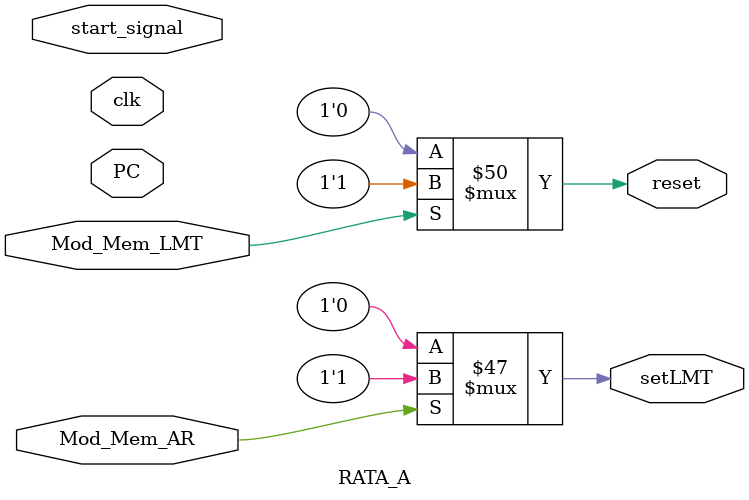
<source format=v>
module RATA_A (
    input clk,               // Clock signal
    input start_signal,
    input wire [31:0] PC,    //Program Counter
    input wire Mod_Mem_AR,   // Signal for modification in AR
    input wire Mod_Mem_LMT,  // Signal for modification in LMT
    output reg reset,        // To reset the system 
    output reg setLMT        // To control the value of LMT reserved memory        
);


parameter NotMOD = 2'b00, MOD = 2'b01, RESET = 2'b10; //States
reg [1:0] current_state;   


always @(*) begin

    //Initializing the system
    if (start_signal) begin 
        current_state = NotMOD; 
        setLMT = 0;
        reset = 0;
    end

    //Whenever the is a modification attempt in LMT, reset must be set to 1
    if(Mod_Mem_LMT)
        reset = 1;
    else
        reset = 0;  

    //If AR is being modified setLMT must be set to 1
    if(Mod_Mem_AR)
        setLMT = 1;
    else   
        setLMT = 0;

    //State transition logic
    if (Mod_Mem_LMT) //Whatever the state is, if a modification attempt occurs in LMT the system must be reset
        current_state = RESET;
    else if(current_state == MOD && !Mod_Mem_AR && !Mod_Mem_LMT) //If there is no modification
        current_state = NotMOD;
    //If the AR memory is getting modified and the current state is NotMod then the sysyem must switch to the MOD state
    else if(current_state == NotMOD && Mod_Mem_AR && !Mod_Mem_LMT) 
        current_state = MOD;
    else if(current_state == RESET && !Mod_Mem_LMT && PC == 32'b0) //Exits the reset state after resetting the system
        current_state = MOD;
    
end

endmodule

</source>
